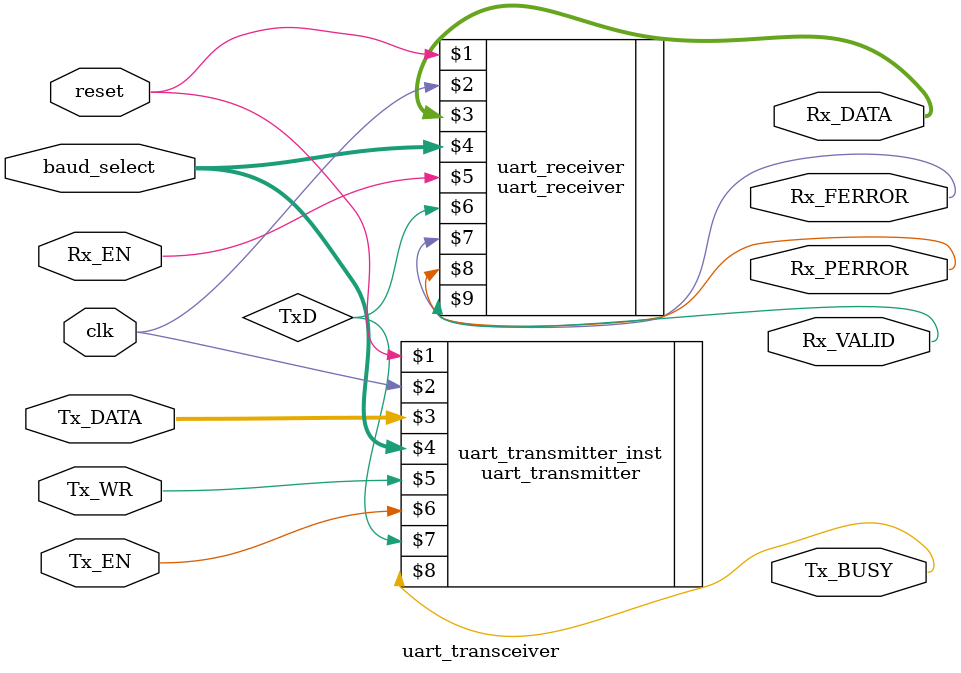
<source format=v>
module uart_transceiver(
    input        reset,
    input        clk, 
    input  [2:0] baud_select, 
    input        Rx_EN, 
    input  [7:0] Tx_DATA,
    input        Tx_WR,
    input        Tx_EN,
    output       Tx_BUSY,
    output [7:0] Rx_DATA, 
    output       Rx_FERROR, 
    output       Rx_PERROR, 
    output       Rx_VALID);

    //Instanciate module for the receiver and transmitter
    // and create a loopback connection of the two.
    uart_transmitter uart_transmitter_inst (reset, clk, Tx_DATA, baud_select, Tx_WR, Tx_EN, TxD, Tx_BUSY);
    uart_receiver uart_receiver (reset, clk, Rx_DATA, baud_select, Rx_EN, TxD, Rx_FERROR, Rx_PERROR, Rx_VALID);

endmodule

</source>
